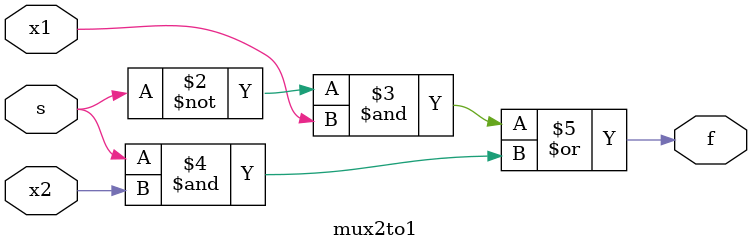
<source format=v>
module mux2to1 (input x1, x2, s, output reg f);
    always @*
        f = (~s & x1) | (s & x2);
endmodule

</source>
